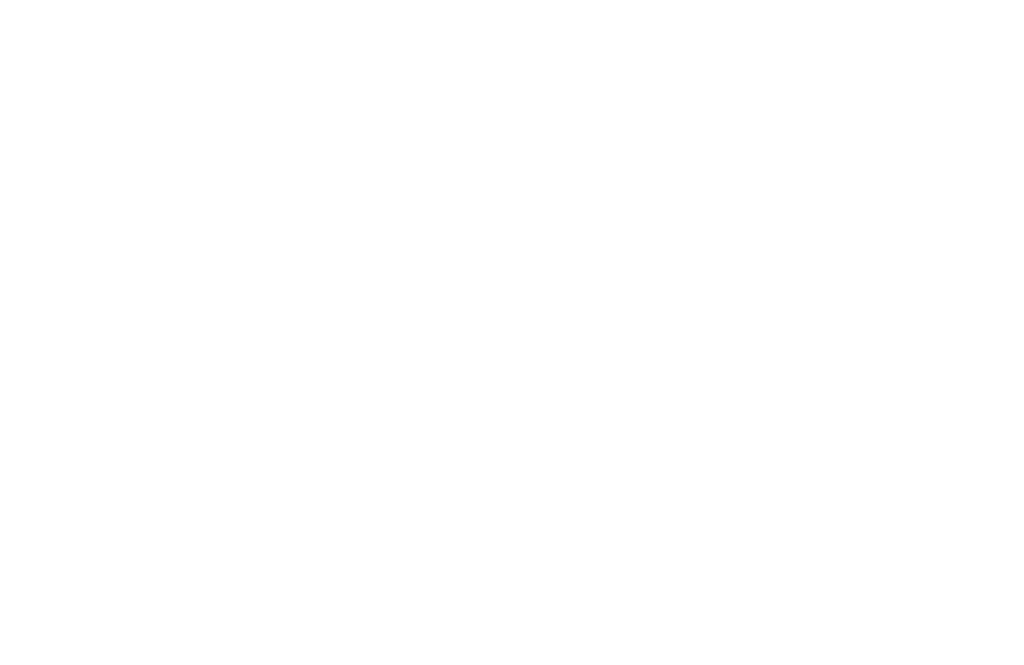
<source format=kicad_pcb>
(kicad_pcb (version 20171130) (host pcbnew "(5.1.5-129-gda451d2f4)")

  (general
    (thickness 1.6)
    (drawings 0)
    (tracks 0)
    (zones 0)
    (modules 0)
    (nets 1)
  )

  (page A4)
  (layers
    (0 F.Cu signal)
    (31 B.Cu signal)
    (32 B.Adhes user)
    (33 F.Adhes user)
    (34 B.Paste user)
    (35 F.Paste user)
    (36 B.SilkS user)
    (37 F.SilkS user)
    (38 B.Mask user)
    (39 F.Mask user)
    (40 Dwgs.User user)
    (41 Cmts.User user)
    (42 Eco1.User user)
    (43 Eco2.User user)
    (44 Edge.Cuts user)
    (45 Margin user)
    (46 B.CrtYd user)
    (47 F.CrtYd user)
    (48 B.Fab user)
    (49 F.Fab user)
  )

  (setup
    (last_trace_width 0.25)
    (trace_clearance 0.2)
    (zone_clearance 0.508)
    (zone_45_only no)
    (trace_min 0.2)
    (via_size 0.8)
    (via_drill 0.4)
    (via_min_size 0.4)
    (via_min_drill 0.3)
    (uvia_size 0.3)
    (uvia_drill 0.1)
    (uvias_allowed no)
    (uvia_min_size 0.2)
    (uvia_min_drill 0.1)
    (edge_width 0.05)
    (segment_width 0.2)
    (pcb_text_width 0.3)
    (pcb_text_size 1.5 1.5)
    (mod_edge_width 0.12)
    (mod_text_size 1 1)
    (mod_text_width 0.15)
    (pad_size 1.524 1.524)
    (pad_drill 0.762)
    (pad_to_mask_clearance 0.051)
    (solder_mask_min_width 0.25)
    (aux_axis_origin 0 0)
    (visible_elements FFFFFF7F)
    (pcbplotparams
      (layerselection 0x010fc_ffffffff)
      (usegerberextensions false)
      (usegerberattributes false)
      (usegerberadvancedattributes false)
      (creategerberjobfile false)
      (excludeedgelayer true)
      (linewidth 0.150000)
      (plotframeref false)
      (viasonmask false)
      (mode 1)
      (useauxorigin false)
      (hpglpennumber 1)
      (hpglpenspeed 20)
      (hpglpendiameter 15.000000)
      (psnegative false)
      (psa4output false)
      (plotreference true)
      (plotvalue true)
      (plotinvisibletext false)
      (padsonsilk false)
      (subtractmaskfromsilk false)
      (outputformat 1)
      (mirror false)
      (drillshape 1)
      (scaleselection 1)
      (outputdirectory ""))
  )

  (net 0 "")

  (net_class Default "This is the default net class."
    (clearance 0.2)
    (trace_width 0.25)
    (via_dia 0.8)
    (via_drill 0.4)
    (uvia_dia 0.3)
    (uvia_drill 0.1)
  )

  (zone (net 0) (net_name "") (layer B.Cu) (tstamp 0) (hatch edge 0.508)
    (connect_pads (clearance 0.508))
    (min_thickness 0.254)
    (fill yes (arc_segments 32) (thermal_gap 0.508) (thermal_bridge_width 0.508))
    (polygon
      (pts
        (xy 114.05 132.55) (xy 71.75 123.4) (xy 80.05 99.9) (xy 126.15 99.75)
      )
    )
  )
  (zone (net 0) (net_name "") (layer B.Cu) (tstamp 0) (hatch edge 0.508)
    (connect_pads (clearance 0.508))
    (min_thickness 0.254)
    (fill yes (arc_segments 32) (thermal_gap 0.508) (thermal_bridge_width 0.508))
    (polygon
      (pts 
         (xy 166.835 60.868) (xy 204.000 73.000)
         (xy 204.000 73.000) (xy 204.000 0.000)
         (xy 204.000 0.000) (xy 107.000 0.000)
         (xy 107.000 1.500) (xy 107.000 0.000)
         (xy 106.983 1.629) (xy 107.000 1.500)
         (xy 106.933 1.750) (xy 106.983 1.629)
         (xy 106.854 1.854) (xy 106.933 1.750)
         (xy 106.750 1.933) (xy 106.854 1.854)
         (xy 106.629 1.983) (xy 106.750 1.933)
         (xy 106.500 2.000) (xy 106.629 1.983)
         (xy 66.500 2.000) (xy 106.500 2.000)
         (xy 66.371 1.983) (xy 66.500 2.000)
         (xy 66.250 1.933) (xy 66.371 1.983)
         (xy 66.146 1.854) (xy 66.250 1.933)
         (xy 66.067 1.750) (xy 66.146 1.854)
         (xy 66.017 1.629) (xy 66.067 1.750)
         (xy 66.000 1.500) (xy 66.017 1.629)
         (xy 66.000 0.000) (xy 66.000 1.500)
         (xy 66.000 0.000) (xy 0.000 0.000)
         (xy 0.000 0.000) (xy 0.000 73.000)
         (xy 0.000 73.000) (xy 63.483 73.000)
         (xy 17.145 47.675) (xy 63.483 73.000)
         (xy 67.888 55.033) (xy 17.145 47.675)
         (xy 82.349 23.826) (xy 67.888 55.033)
         (xy 102.900 47.675) (xy 82.349 23.826)
         (xy 104.126 47.308) (xy 102.900 47.675)
         (xy 105.364 46.978) (xy 104.126 47.308)
         (xy 106.611 46.686) (xy 105.364 46.978)
         (xy 107.866 46.433) (xy 106.611 46.686)
         (xy 109.129 46.218) (xy 107.866 46.433)
         (xy 110.397 46.042) (xy 109.129 46.218)
         (xy 111.670 45.905) (xy 110.397 46.042)
         (xy 112.947 45.807) (xy 111.670 45.905)
         (xy 114.226 45.749) (xy 112.947 45.807)
         (xy 115.507 45.729) (xy 114.226 45.749)
         (xy 116.787 45.749) (xy 115.507 45.729)
         (xy 118.066 45.808) (xy 116.787 45.749)
         (xy 119.343 45.906) (xy 118.066 45.808)
         (xy 120.616 46.044) (xy 119.343 45.906)
         (xy 121.885 46.220) (xy 120.616 46.044)
         (xy 123.147 46.435) (xy 121.885 46.220)
         (xy 124.402 46.689) (xy 123.147 46.435)
         (xy 125.649 46.981) (xy 124.402 46.689)
         (xy 126.887 47.311) (xy 125.649 46.981)
         (xy 128.113 47.679) (xy 126.887 47.311)
         (xy 129.328 48.085) (xy 128.113 47.679)
         (xy 130.530 48.527) (xy 129.328 48.085)
         (xy 131.717 49.006) (xy 130.530 48.527)
         (xy 132.890 49.521) (xy 131.717 49.006)
         (xy 134.046 50.072) (xy 132.890 49.521)
         (xy 135.184 50.658) (xy 134.046 50.072)
         (xy 136.304 51.279) (xy 135.184 50.658)
         (xy 137.405 51.934) (xy 136.304 51.279)
         (xy 138.485 52.622) (xy 137.405 51.934)
         (xy 139.543 53.343) (xy 138.485 52.622)
         (xy 140.579 54.096) (xy 139.543 53.343)
         (xy 141.591 54.880) (xy 140.579 54.096)
         (xy 142.579 55.695) (xy 141.591 54.880)
         (xy 143.541 56.540) (xy 142.579 55.695)
         (xy 144.477 57.415) (xy 143.541 56.540)
         (xy 145.386 58.317) (xy 144.477 57.415)
         (xy 146.266 59.247) (xy 145.386 58.317)
         (xy 147.118 60.203) (xy 146.266 59.247)
         (xy 147.940 61.185) (xy 147.118 60.203)
         (xy 148.731 62.192) (xy 147.940 61.185)
         (xy 149.491 63.223) (xy 148.731 62.192)
         (xy 150.219 64.276) (xy 149.491 63.223)
         (xy 150.915 65.351) (xy 150.219 64.276)
         (xy 151.577 66.447) (xy 150.915 65.351)
         (xy 152.206 67.563) (xy 151.577 66.447)
         (xy 152.800 68.697) (xy 152.206 67.563)
         (xy 153.358 69.850) (xy 152.800 68.697)
         (xy 153.882 71.019) (xy 153.358 69.850)
         (xy 154.369 72.203) (xy 153.882 71.019)
         (xy 154.820 73.401) (xy 154.369 72.203)
         (xy 155.233 74.613) (xy 154.820 73.401)
         (xy 155.610 75.837) (xy 155.233 74.613)
         (xy 155.948 77.072) (xy 155.610 75.837)
         (xy 155.948 77.072) (xy 153.896 48.690)
         (xy 153.896 48.690) (xy 165.059 43.108)
         (xy 166.835 60.868)
      )
    )
  )
)

</source>
